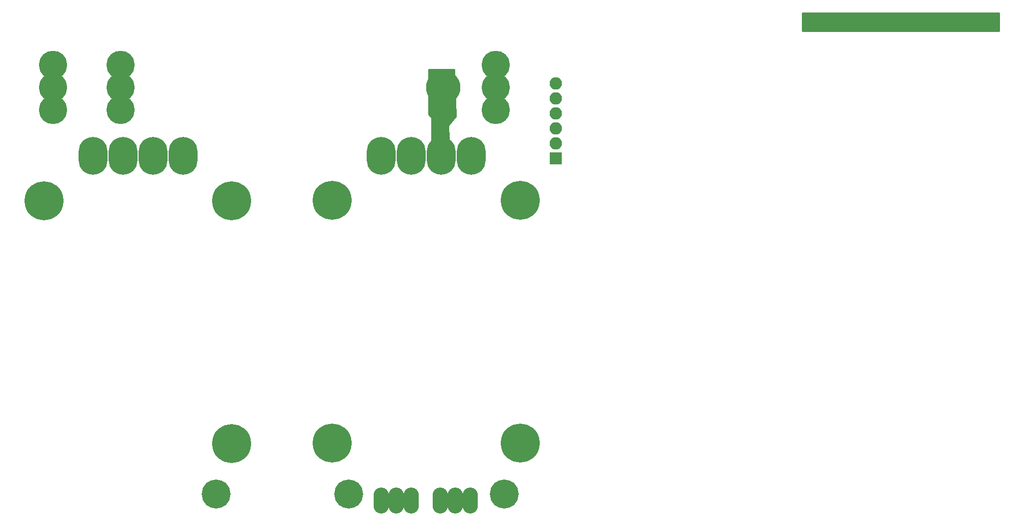
<source format=gts>
G04 #@! TF.FileFunction,Soldermask,Top*
%FSLAX46Y46*%
G04 Gerber Fmt 4.6, Leading zero omitted, Abs format (unit mm)*
G04 Created by KiCad (PCBNEW 4.0.7) date 03/25/20 15:59:30*
%MOMM*%
%LPD*%
G01*
G04 APERTURE LIST*
%ADD10C,0.100000*%
%ADD11O,2.600000X4.400000*%
%ADD12C,6.600000*%
%ADD13O,4.900000X6.400000*%
%ADD14C,4.900000*%
%ADD15R,2.100000X2.100000*%
%ADD16O,2.100000X2.100000*%
%ADD17C,5.800000*%
%ADD18C,1.200000*%
%ADD19C,4.800000*%
%ADD20C,0.254000*%
G04 APERTURE END LIST*
D10*
D11*
X164109400Y-137363200D03*
X166649400Y-137363200D03*
X169189400Y-137363200D03*
D12*
X177622200Y-86512400D03*
X145821400Y-86512400D03*
X145821400Y-127660400D03*
X177622200Y-127660400D03*
D13*
X169341800Y-78917800D03*
X164261800Y-78917800D03*
X159181800Y-78917800D03*
X154101800Y-78917800D03*
D14*
X148564600Y-136245600D03*
X174929800Y-136245600D03*
D11*
X159181800Y-137363200D03*
X156641800Y-137363200D03*
X154101800Y-137363200D03*
D12*
X128816100Y-86550500D03*
X97015300Y-86550500D03*
X128816100Y-127698500D03*
D13*
X120535700Y-78955900D03*
X115455700Y-78955900D03*
X110375700Y-78955900D03*
X105295700Y-78955900D03*
D14*
X126123700Y-136283700D03*
D15*
X183642000Y-79375000D03*
D16*
X183642000Y-76835000D03*
X183642000Y-74295000D03*
X183642000Y-71755000D03*
X183642000Y-69215000D03*
X183642000Y-66675000D03*
D17*
X164592000Y-67310000D03*
D18*
X166617000Y-67310000D03*
X166023891Y-68741891D03*
X164592000Y-69335000D03*
X163160109Y-68741891D03*
X162567000Y-67310000D03*
X163160109Y-65878109D03*
X164592000Y-65285000D03*
X166023891Y-65878109D03*
D19*
X173482000Y-67310000D03*
X173482000Y-71120000D03*
X173482000Y-63500000D03*
X98552000Y-71120000D03*
X98552000Y-63500000D03*
X98552000Y-67310000D03*
X109982000Y-67310000D03*
X109982000Y-71120000D03*
X109982000Y-63500000D03*
D20*
G36*
X166749555Y-72218754D02*
X165510436Y-73705697D01*
X165486491Y-73750060D01*
X165481087Y-73791700D01*
X165730209Y-80518000D01*
X162687000Y-80518000D01*
X162687000Y-72517000D01*
X162676994Y-72467590D01*
X162649803Y-72427197D01*
X162179000Y-71956394D01*
X162179000Y-64262000D01*
X166500907Y-64262000D01*
X166749555Y-72218754D01*
X166749555Y-72218754D01*
G37*
X166749555Y-72218754D02*
X165510436Y-73705697D01*
X165486491Y-73750060D01*
X165481087Y-73791700D01*
X165730209Y-80518000D01*
X162687000Y-80518000D01*
X162687000Y-72517000D01*
X162676994Y-72467590D01*
X162649803Y-72427197D01*
X162179000Y-71956394D01*
X162179000Y-64262000D01*
X166500907Y-64262000D01*
X166749555Y-72218754D01*
G36*
X258699000Y-57785000D02*
X225425000Y-57785000D01*
X225425000Y-54737000D01*
X258699000Y-54737000D01*
X258699000Y-57785000D01*
X258699000Y-57785000D01*
G37*
X258699000Y-57785000D02*
X225425000Y-57785000D01*
X225425000Y-54737000D01*
X258699000Y-54737000D01*
X258699000Y-57785000D01*
M02*

</source>
